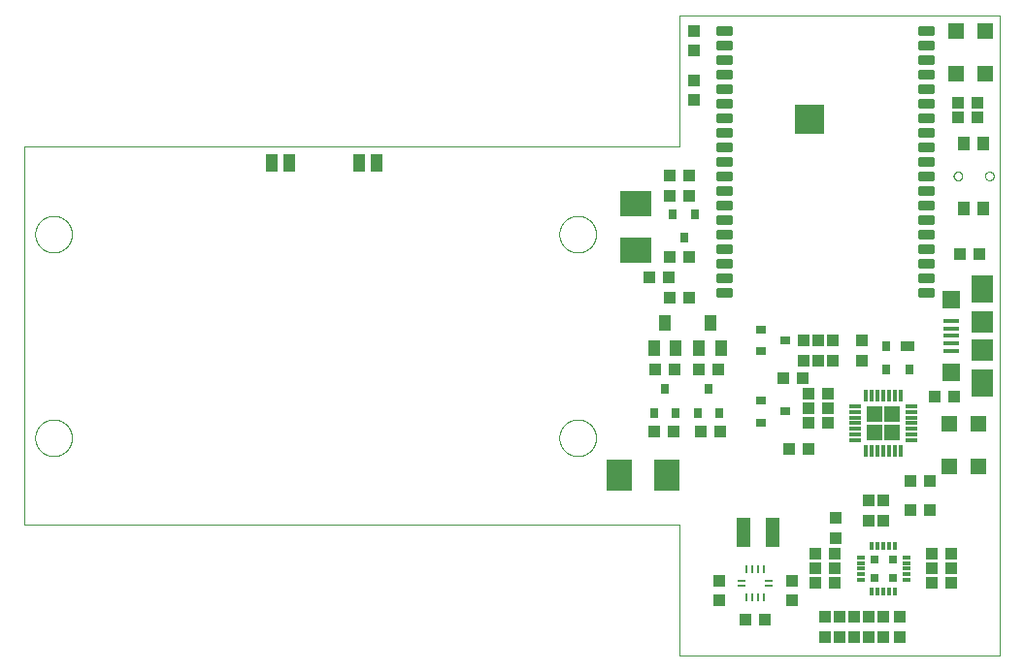
<source format=gtp>
G75*
%MOIN*%
%OFA0B0*%
%FSLAX25Y25*%
%IPPOS*%
%LPD*%
%AMOC8*
5,1,8,0,0,1.08239X$1,22.5*
%
%ADD10C,0.00000*%
%ADD11R,0.09974X0.09965*%
%ADD12C,0.01831*%
%ADD13R,0.04331X0.03937*%
%ADD14R,0.03937X0.04331*%
%ADD15R,0.05512X0.01575*%
%ADD16R,0.07480X0.07480*%
%ADD17R,0.07480X0.09449*%
%ADD18R,0.05906X0.06299*%
%ADD19R,0.03150X0.03543*%
%ADD20R,0.04724X0.03543*%
%ADD21R,0.05512X0.05512*%
%ADD22R,0.09000X0.11000*%
%ADD23R,0.11000X0.09000*%
%ADD24R,0.03937X0.05906*%
%ADD25R,0.05118X0.10039*%
%ADD26R,0.03937X0.04724*%
%ADD27R,0.03543X0.03150*%
%ADD28R,0.03937X0.05512*%
%ADD29R,0.01181X0.04134*%
%ADD30R,0.04134X0.01181*%
%ADD31R,0.05315X0.05315*%
%ADD32R,0.02953X0.01181*%
%ADD33R,0.01181X0.02953*%
%ADD34R,0.03150X0.03150*%
%ADD35R,0.00984X0.02756*%
%ADD36R,0.02756X0.00984*%
D10*
X0001800Y0047550D02*
X0226800Y0047550D01*
X0226800Y0002550D01*
X0336800Y0002550D01*
X0336800Y0222550D01*
X0226800Y0222550D01*
X0226800Y0177550D01*
X0001800Y0177550D01*
X0001800Y0047550D01*
X0005501Y0077550D02*
X0005503Y0077708D01*
X0005509Y0077866D01*
X0005519Y0078024D01*
X0005533Y0078182D01*
X0005551Y0078339D01*
X0005572Y0078496D01*
X0005598Y0078652D01*
X0005628Y0078808D01*
X0005661Y0078963D01*
X0005699Y0079116D01*
X0005740Y0079269D01*
X0005785Y0079421D01*
X0005834Y0079572D01*
X0005887Y0079721D01*
X0005943Y0079869D01*
X0006003Y0080015D01*
X0006067Y0080160D01*
X0006135Y0080303D01*
X0006206Y0080445D01*
X0006280Y0080585D01*
X0006358Y0080722D01*
X0006440Y0080858D01*
X0006524Y0080992D01*
X0006613Y0081123D01*
X0006704Y0081252D01*
X0006799Y0081379D01*
X0006896Y0081504D01*
X0006997Y0081626D01*
X0007101Y0081745D01*
X0007208Y0081862D01*
X0007318Y0081976D01*
X0007431Y0082087D01*
X0007546Y0082196D01*
X0007664Y0082301D01*
X0007785Y0082403D01*
X0007908Y0082503D01*
X0008034Y0082599D01*
X0008162Y0082692D01*
X0008292Y0082782D01*
X0008425Y0082868D01*
X0008560Y0082952D01*
X0008696Y0083031D01*
X0008835Y0083108D01*
X0008976Y0083180D01*
X0009118Y0083250D01*
X0009262Y0083315D01*
X0009408Y0083377D01*
X0009555Y0083435D01*
X0009704Y0083490D01*
X0009854Y0083541D01*
X0010005Y0083588D01*
X0010157Y0083631D01*
X0010310Y0083670D01*
X0010465Y0083706D01*
X0010620Y0083737D01*
X0010776Y0083765D01*
X0010932Y0083789D01*
X0011089Y0083809D01*
X0011247Y0083825D01*
X0011404Y0083837D01*
X0011563Y0083845D01*
X0011721Y0083849D01*
X0011879Y0083849D01*
X0012037Y0083845D01*
X0012196Y0083837D01*
X0012353Y0083825D01*
X0012511Y0083809D01*
X0012668Y0083789D01*
X0012824Y0083765D01*
X0012980Y0083737D01*
X0013135Y0083706D01*
X0013290Y0083670D01*
X0013443Y0083631D01*
X0013595Y0083588D01*
X0013746Y0083541D01*
X0013896Y0083490D01*
X0014045Y0083435D01*
X0014192Y0083377D01*
X0014338Y0083315D01*
X0014482Y0083250D01*
X0014624Y0083180D01*
X0014765Y0083108D01*
X0014904Y0083031D01*
X0015040Y0082952D01*
X0015175Y0082868D01*
X0015308Y0082782D01*
X0015438Y0082692D01*
X0015566Y0082599D01*
X0015692Y0082503D01*
X0015815Y0082403D01*
X0015936Y0082301D01*
X0016054Y0082196D01*
X0016169Y0082087D01*
X0016282Y0081976D01*
X0016392Y0081862D01*
X0016499Y0081745D01*
X0016603Y0081626D01*
X0016704Y0081504D01*
X0016801Y0081379D01*
X0016896Y0081252D01*
X0016987Y0081123D01*
X0017076Y0080992D01*
X0017160Y0080858D01*
X0017242Y0080722D01*
X0017320Y0080585D01*
X0017394Y0080445D01*
X0017465Y0080303D01*
X0017533Y0080160D01*
X0017597Y0080015D01*
X0017657Y0079869D01*
X0017713Y0079721D01*
X0017766Y0079572D01*
X0017815Y0079421D01*
X0017860Y0079269D01*
X0017901Y0079116D01*
X0017939Y0078963D01*
X0017972Y0078808D01*
X0018002Y0078652D01*
X0018028Y0078496D01*
X0018049Y0078339D01*
X0018067Y0078182D01*
X0018081Y0078024D01*
X0018091Y0077866D01*
X0018097Y0077708D01*
X0018099Y0077550D01*
X0018097Y0077392D01*
X0018091Y0077234D01*
X0018081Y0077076D01*
X0018067Y0076918D01*
X0018049Y0076761D01*
X0018028Y0076604D01*
X0018002Y0076448D01*
X0017972Y0076292D01*
X0017939Y0076137D01*
X0017901Y0075984D01*
X0017860Y0075831D01*
X0017815Y0075679D01*
X0017766Y0075528D01*
X0017713Y0075379D01*
X0017657Y0075231D01*
X0017597Y0075085D01*
X0017533Y0074940D01*
X0017465Y0074797D01*
X0017394Y0074655D01*
X0017320Y0074515D01*
X0017242Y0074378D01*
X0017160Y0074242D01*
X0017076Y0074108D01*
X0016987Y0073977D01*
X0016896Y0073848D01*
X0016801Y0073721D01*
X0016704Y0073596D01*
X0016603Y0073474D01*
X0016499Y0073355D01*
X0016392Y0073238D01*
X0016282Y0073124D01*
X0016169Y0073013D01*
X0016054Y0072904D01*
X0015936Y0072799D01*
X0015815Y0072697D01*
X0015692Y0072597D01*
X0015566Y0072501D01*
X0015438Y0072408D01*
X0015308Y0072318D01*
X0015175Y0072232D01*
X0015040Y0072148D01*
X0014904Y0072069D01*
X0014765Y0071992D01*
X0014624Y0071920D01*
X0014482Y0071850D01*
X0014338Y0071785D01*
X0014192Y0071723D01*
X0014045Y0071665D01*
X0013896Y0071610D01*
X0013746Y0071559D01*
X0013595Y0071512D01*
X0013443Y0071469D01*
X0013290Y0071430D01*
X0013135Y0071394D01*
X0012980Y0071363D01*
X0012824Y0071335D01*
X0012668Y0071311D01*
X0012511Y0071291D01*
X0012353Y0071275D01*
X0012196Y0071263D01*
X0012037Y0071255D01*
X0011879Y0071251D01*
X0011721Y0071251D01*
X0011563Y0071255D01*
X0011404Y0071263D01*
X0011247Y0071275D01*
X0011089Y0071291D01*
X0010932Y0071311D01*
X0010776Y0071335D01*
X0010620Y0071363D01*
X0010465Y0071394D01*
X0010310Y0071430D01*
X0010157Y0071469D01*
X0010005Y0071512D01*
X0009854Y0071559D01*
X0009704Y0071610D01*
X0009555Y0071665D01*
X0009408Y0071723D01*
X0009262Y0071785D01*
X0009118Y0071850D01*
X0008976Y0071920D01*
X0008835Y0071992D01*
X0008696Y0072069D01*
X0008560Y0072148D01*
X0008425Y0072232D01*
X0008292Y0072318D01*
X0008162Y0072408D01*
X0008034Y0072501D01*
X0007908Y0072597D01*
X0007785Y0072697D01*
X0007664Y0072799D01*
X0007546Y0072904D01*
X0007431Y0073013D01*
X0007318Y0073124D01*
X0007208Y0073238D01*
X0007101Y0073355D01*
X0006997Y0073474D01*
X0006896Y0073596D01*
X0006799Y0073721D01*
X0006704Y0073848D01*
X0006613Y0073977D01*
X0006524Y0074108D01*
X0006440Y0074242D01*
X0006358Y0074378D01*
X0006280Y0074515D01*
X0006206Y0074655D01*
X0006135Y0074797D01*
X0006067Y0074940D01*
X0006003Y0075085D01*
X0005943Y0075231D01*
X0005887Y0075379D01*
X0005834Y0075528D01*
X0005785Y0075679D01*
X0005740Y0075831D01*
X0005699Y0075984D01*
X0005661Y0076137D01*
X0005628Y0076292D01*
X0005598Y0076448D01*
X0005572Y0076604D01*
X0005551Y0076761D01*
X0005533Y0076918D01*
X0005519Y0077076D01*
X0005509Y0077234D01*
X0005503Y0077392D01*
X0005501Y0077550D01*
X0005501Y0147550D02*
X0005503Y0147708D01*
X0005509Y0147866D01*
X0005519Y0148024D01*
X0005533Y0148182D01*
X0005551Y0148339D01*
X0005572Y0148496D01*
X0005598Y0148652D01*
X0005628Y0148808D01*
X0005661Y0148963D01*
X0005699Y0149116D01*
X0005740Y0149269D01*
X0005785Y0149421D01*
X0005834Y0149572D01*
X0005887Y0149721D01*
X0005943Y0149869D01*
X0006003Y0150015D01*
X0006067Y0150160D01*
X0006135Y0150303D01*
X0006206Y0150445D01*
X0006280Y0150585D01*
X0006358Y0150722D01*
X0006440Y0150858D01*
X0006524Y0150992D01*
X0006613Y0151123D01*
X0006704Y0151252D01*
X0006799Y0151379D01*
X0006896Y0151504D01*
X0006997Y0151626D01*
X0007101Y0151745D01*
X0007208Y0151862D01*
X0007318Y0151976D01*
X0007431Y0152087D01*
X0007546Y0152196D01*
X0007664Y0152301D01*
X0007785Y0152403D01*
X0007908Y0152503D01*
X0008034Y0152599D01*
X0008162Y0152692D01*
X0008292Y0152782D01*
X0008425Y0152868D01*
X0008560Y0152952D01*
X0008696Y0153031D01*
X0008835Y0153108D01*
X0008976Y0153180D01*
X0009118Y0153250D01*
X0009262Y0153315D01*
X0009408Y0153377D01*
X0009555Y0153435D01*
X0009704Y0153490D01*
X0009854Y0153541D01*
X0010005Y0153588D01*
X0010157Y0153631D01*
X0010310Y0153670D01*
X0010465Y0153706D01*
X0010620Y0153737D01*
X0010776Y0153765D01*
X0010932Y0153789D01*
X0011089Y0153809D01*
X0011247Y0153825D01*
X0011404Y0153837D01*
X0011563Y0153845D01*
X0011721Y0153849D01*
X0011879Y0153849D01*
X0012037Y0153845D01*
X0012196Y0153837D01*
X0012353Y0153825D01*
X0012511Y0153809D01*
X0012668Y0153789D01*
X0012824Y0153765D01*
X0012980Y0153737D01*
X0013135Y0153706D01*
X0013290Y0153670D01*
X0013443Y0153631D01*
X0013595Y0153588D01*
X0013746Y0153541D01*
X0013896Y0153490D01*
X0014045Y0153435D01*
X0014192Y0153377D01*
X0014338Y0153315D01*
X0014482Y0153250D01*
X0014624Y0153180D01*
X0014765Y0153108D01*
X0014904Y0153031D01*
X0015040Y0152952D01*
X0015175Y0152868D01*
X0015308Y0152782D01*
X0015438Y0152692D01*
X0015566Y0152599D01*
X0015692Y0152503D01*
X0015815Y0152403D01*
X0015936Y0152301D01*
X0016054Y0152196D01*
X0016169Y0152087D01*
X0016282Y0151976D01*
X0016392Y0151862D01*
X0016499Y0151745D01*
X0016603Y0151626D01*
X0016704Y0151504D01*
X0016801Y0151379D01*
X0016896Y0151252D01*
X0016987Y0151123D01*
X0017076Y0150992D01*
X0017160Y0150858D01*
X0017242Y0150722D01*
X0017320Y0150585D01*
X0017394Y0150445D01*
X0017465Y0150303D01*
X0017533Y0150160D01*
X0017597Y0150015D01*
X0017657Y0149869D01*
X0017713Y0149721D01*
X0017766Y0149572D01*
X0017815Y0149421D01*
X0017860Y0149269D01*
X0017901Y0149116D01*
X0017939Y0148963D01*
X0017972Y0148808D01*
X0018002Y0148652D01*
X0018028Y0148496D01*
X0018049Y0148339D01*
X0018067Y0148182D01*
X0018081Y0148024D01*
X0018091Y0147866D01*
X0018097Y0147708D01*
X0018099Y0147550D01*
X0018097Y0147392D01*
X0018091Y0147234D01*
X0018081Y0147076D01*
X0018067Y0146918D01*
X0018049Y0146761D01*
X0018028Y0146604D01*
X0018002Y0146448D01*
X0017972Y0146292D01*
X0017939Y0146137D01*
X0017901Y0145984D01*
X0017860Y0145831D01*
X0017815Y0145679D01*
X0017766Y0145528D01*
X0017713Y0145379D01*
X0017657Y0145231D01*
X0017597Y0145085D01*
X0017533Y0144940D01*
X0017465Y0144797D01*
X0017394Y0144655D01*
X0017320Y0144515D01*
X0017242Y0144378D01*
X0017160Y0144242D01*
X0017076Y0144108D01*
X0016987Y0143977D01*
X0016896Y0143848D01*
X0016801Y0143721D01*
X0016704Y0143596D01*
X0016603Y0143474D01*
X0016499Y0143355D01*
X0016392Y0143238D01*
X0016282Y0143124D01*
X0016169Y0143013D01*
X0016054Y0142904D01*
X0015936Y0142799D01*
X0015815Y0142697D01*
X0015692Y0142597D01*
X0015566Y0142501D01*
X0015438Y0142408D01*
X0015308Y0142318D01*
X0015175Y0142232D01*
X0015040Y0142148D01*
X0014904Y0142069D01*
X0014765Y0141992D01*
X0014624Y0141920D01*
X0014482Y0141850D01*
X0014338Y0141785D01*
X0014192Y0141723D01*
X0014045Y0141665D01*
X0013896Y0141610D01*
X0013746Y0141559D01*
X0013595Y0141512D01*
X0013443Y0141469D01*
X0013290Y0141430D01*
X0013135Y0141394D01*
X0012980Y0141363D01*
X0012824Y0141335D01*
X0012668Y0141311D01*
X0012511Y0141291D01*
X0012353Y0141275D01*
X0012196Y0141263D01*
X0012037Y0141255D01*
X0011879Y0141251D01*
X0011721Y0141251D01*
X0011563Y0141255D01*
X0011404Y0141263D01*
X0011247Y0141275D01*
X0011089Y0141291D01*
X0010932Y0141311D01*
X0010776Y0141335D01*
X0010620Y0141363D01*
X0010465Y0141394D01*
X0010310Y0141430D01*
X0010157Y0141469D01*
X0010005Y0141512D01*
X0009854Y0141559D01*
X0009704Y0141610D01*
X0009555Y0141665D01*
X0009408Y0141723D01*
X0009262Y0141785D01*
X0009118Y0141850D01*
X0008976Y0141920D01*
X0008835Y0141992D01*
X0008696Y0142069D01*
X0008560Y0142148D01*
X0008425Y0142232D01*
X0008292Y0142318D01*
X0008162Y0142408D01*
X0008034Y0142501D01*
X0007908Y0142597D01*
X0007785Y0142697D01*
X0007664Y0142799D01*
X0007546Y0142904D01*
X0007431Y0143013D01*
X0007318Y0143124D01*
X0007208Y0143238D01*
X0007101Y0143355D01*
X0006997Y0143474D01*
X0006896Y0143596D01*
X0006799Y0143721D01*
X0006704Y0143848D01*
X0006613Y0143977D01*
X0006524Y0144108D01*
X0006440Y0144242D01*
X0006358Y0144378D01*
X0006280Y0144515D01*
X0006206Y0144655D01*
X0006135Y0144797D01*
X0006067Y0144940D01*
X0006003Y0145085D01*
X0005943Y0145231D01*
X0005887Y0145379D01*
X0005834Y0145528D01*
X0005785Y0145679D01*
X0005740Y0145831D01*
X0005699Y0145984D01*
X0005661Y0146137D01*
X0005628Y0146292D01*
X0005598Y0146448D01*
X0005572Y0146604D01*
X0005551Y0146761D01*
X0005533Y0146918D01*
X0005519Y0147076D01*
X0005509Y0147234D01*
X0005503Y0147392D01*
X0005501Y0147550D01*
X0185501Y0147550D02*
X0185503Y0147708D01*
X0185509Y0147866D01*
X0185519Y0148024D01*
X0185533Y0148182D01*
X0185551Y0148339D01*
X0185572Y0148496D01*
X0185598Y0148652D01*
X0185628Y0148808D01*
X0185661Y0148963D01*
X0185699Y0149116D01*
X0185740Y0149269D01*
X0185785Y0149421D01*
X0185834Y0149572D01*
X0185887Y0149721D01*
X0185943Y0149869D01*
X0186003Y0150015D01*
X0186067Y0150160D01*
X0186135Y0150303D01*
X0186206Y0150445D01*
X0186280Y0150585D01*
X0186358Y0150722D01*
X0186440Y0150858D01*
X0186524Y0150992D01*
X0186613Y0151123D01*
X0186704Y0151252D01*
X0186799Y0151379D01*
X0186896Y0151504D01*
X0186997Y0151626D01*
X0187101Y0151745D01*
X0187208Y0151862D01*
X0187318Y0151976D01*
X0187431Y0152087D01*
X0187546Y0152196D01*
X0187664Y0152301D01*
X0187785Y0152403D01*
X0187908Y0152503D01*
X0188034Y0152599D01*
X0188162Y0152692D01*
X0188292Y0152782D01*
X0188425Y0152868D01*
X0188560Y0152952D01*
X0188696Y0153031D01*
X0188835Y0153108D01*
X0188976Y0153180D01*
X0189118Y0153250D01*
X0189262Y0153315D01*
X0189408Y0153377D01*
X0189555Y0153435D01*
X0189704Y0153490D01*
X0189854Y0153541D01*
X0190005Y0153588D01*
X0190157Y0153631D01*
X0190310Y0153670D01*
X0190465Y0153706D01*
X0190620Y0153737D01*
X0190776Y0153765D01*
X0190932Y0153789D01*
X0191089Y0153809D01*
X0191247Y0153825D01*
X0191404Y0153837D01*
X0191563Y0153845D01*
X0191721Y0153849D01*
X0191879Y0153849D01*
X0192037Y0153845D01*
X0192196Y0153837D01*
X0192353Y0153825D01*
X0192511Y0153809D01*
X0192668Y0153789D01*
X0192824Y0153765D01*
X0192980Y0153737D01*
X0193135Y0153706D01*
X0193290Y0153670D01*
X0193443Y0153631D01*
X0193595Y0153588D01*
X0193746Y0153541D01*
X0193896Y0153490D01*
X0194045Y0153435D01*
X0194192Y0153377D01*
X0194338Y0153315D01*
X0194482Y0153250D01*
X0194624Y0153180D01*
X0194765Y0153108D01*
X0194904Y0153031D01*
X0195040Y0152952D01*
X0195175Y0152868D01*
X0195308Y0152782D01*
X0195438Y0152692D01*
X0195566Y0152599D01*
X0195692Y0152503D01*
X0195815Y0152403D01*
X0195936Y0152301D01*
X0196054Y0152196D01*
X0196169Y0152087D01*
X0196282Y0151976D01*
X0196392Y0151862D01*
X0196499Y0151745D01*
X0196603Y0151626D01*
X0196704Y0151504D01*
X0196801Y0151379D01*
X0196896Y0151252D01*
X0196987Y0151123D01*
X0197076Y0150992D01*
X0197160Y0150858D01*
X0197242Y0150722D01*
X0197320Y0150585D01*
X0197394Y0150445D01*
X0197465Y0150303D01*
X0197533Y0150160D01*
X0197597Y0150015D01*
X0197657Y0149869D01*
X0197713Y0149721D01*
X0197766Y0149572D01*
X0197815Y0149421D01*
X0197860Y0149269D01*
X0197901Y0149116D01*
X0197939Y0148963D01*
X0197972Y0148808D01*
X0198002Y0148652D01*
X0198028Y0148496D01*
X0198049Y0148339D01*
X0198067Y0148182D01*
X0198081Y0148024D01*
X0198091Y0147866D01*
X0198097Y0147708D01*
X0198099Y0147550D01*
X0198097Y0147392D01*
X0198091Y0147234D01*
X0198081Y0147076D01*
X0198067Y0146918D01*
X0198049Y0146761D01*
X0198028Y0146604D01*
X0198002Y0146448D01*
X0197972Y0146292D01*
X0197939Y0146137D01*
X0197901Y0145984D01*
X0197860Y0145831D01*
X0197815Y0145679D01*
X0197766Y0145528D01*
X0197713Y0145379D01*
X0197657Y0145231D01*
X0197597Y0145085D01*
X0197533Y0144940D01*
X0197465Y0144797D01*
X0197394Y0144655D01*
X0197320Y0144515D01*
X0197242Y0144378D01*
X0197160Y0144242D01*
X0197076Y0144108D01*
X0196987Y0143977D01*
X0196896Y0143848D01*
X0196801Y0143721D01*
X0196704Y0143596D01*
X0196603Y0143474D01*
X0196499Y0143355D01*
X0196392Y0143238D01*
X0196282Y0143124D01*
X0196169Y0143013D01*
X0196054Y0142904D01*
X0195936Y0142799D01*
X0195815Y0142697D01*
X0195692Y0142597D01*
X0195566Y0142501D01*
X0195438Y0142408D01*
X0195308Y0142318D01*
X0195175Y0142232D01*
X0195040Y0142148D01*
X0194904Y0142069D01*
X0194765Y0141992D01*
X0194624Y0141920D01*
X0194482Y0141850D01*
X0194338Y0141785D01*
X0194192Y0141723D01*
X0194045Y0141665D01*
X0193896Y0141610D01*
X0193746Y0141559D01*
X0193595Y0141512D01*
X0193443Y0141469D01*
X0193290Y0141430D01*
X0193135Y0141394D01*
X0192980Y0141363D01*
X0192824Y0141335D01*
X0192668Y0141311D01*
X0192511Y0141291D01*
X0192353Y0141275D01*
X0192196Y0141263D01*
X0192037Y0141255D01*
X0191879Y0141251D01*
X0191721Y0141251D01*
X0191563Y0141255D01*
X0191404Y0141263D01*
X0191247Y0141275D01*
X0191089Y0141291D01*
X0190932Y0141311D01*
X0190776Y0141335D01*
X0190620Y0141363D01*
X0190465Y0141394D01*
X0190310Y0141430D01*
X0190157Y0141469D01*
X0190005Y0141512D01*
X0189854Y0141559D01*
X0189704Y0141610D01*
X0189555Y0141665D01*
X0189408Y0141723D01*
X0189262Y0141785D01*
X0189118Y0141850D01*
X0188976Y0141920D01*
X0188835Y0141992D01*
X0188696Y0142069D01*
X0188560Y0142148D01*
X0188425Y0142232D01*
X0188292Y0142318D01*
X0188162Y0142408D01*
X0188034Y0142501D01*
X0187908Y0142597D01*
X0187785Y0142697D01*
X0187664Y0142799D01*
X0187546Y0142904D01*
X0187431Y0143013D01*
X0187318Y0143124D01*
X0187208Y0143238D01*
X0187101Y0143355D01*
X0186997Y0143474D01*
X0186896Y0143596D01*
X0186799Y0143721D01*
X0186704Y0143848D01*
X0186613Y0143977D01*
X0186524Y0144108D01*
X0186440Y0144242D01*
X0186358Y0144378D01*
X0186280Y0144515D01*
X0186206Y0144655D01*
X0186135Y0144797D01*
X0186067Y0144940D01*
X0186003Y0145085D01*
X0185943Y0145231D01*
X0185887Y0145379D01*
X0185834Y0145528D01*
X0185785Y0145679D01*
X0185740Y0145831D01*
X0185699Y0145984D01*
X0185661Y0146137D01*
X0185628Y0146292D01*
X0185598Y0146448D01*
X0185572Y0146604D01*
X0185551Y0146761D01*
X0185533Y0146918D01*
X0185519Y0147076D01*
X0185509Y0147234D01*
X0185503Y0147392D01*
X0185501Y0147550D01*
X0185501Y0077550D02*
X0185503Y0077708D01*
X0185509Y0077866D01*
X0185519Y0078024D01*
X0185533Y0078182D01*
X0185551Y0078339D01*
X0185572Y0078496D01*
X0185598Y0078652D01*
X0185628Y0078808D01*
X0185661Y0078963D01*
X0185699Y0079116D01*
X0185740Y0079269D01*
X0185785Y0079421D01*
X0185834Y0079572D01*
X0185887Y0079721D01*
X0185943Y0079869D01*
X0186003Y0080015D01*
X0186067Y0080160D01*
X0186135Y0080303D01*
X0186206Y0080445D01*
X0186280Y0080585D01*
X0186358Y0080722D01*
X0186440Y0080858D01*
X0186524Y0080992D01*
X0186613Y0081123D01*
X0186704Y0081252D01*
X0186799Y0081379D01*
X0186896Y0081504D01*
X0186997Y0081626D01*
X0187101Y0081745D01*
X0187208Y0081862D01*
X0187318Y0081976D01*
X0187431Y0082087D01*
X0187546Y0082196D01*
X0187664Y0082301D01*
X0187785Y0082403D01*
X0187908Y0082503D01*
X0188034Y0082599D01*
X0188162Y0082692D01*
X0188292Y0082782D01*
X0188425Y0082868D01*
X0188560Y0082952D01*
X0188696Y0083031D01*
X0188835Y0083108D01*
X0188976Y0083180D01*
X0189118Y0083250D01*
X0189262Y0083315D01*
X0189408Y0083377D01*
X0189555Y0083435D01*
X0189704Y0083490D01*
X0189854Y0083541D01*
X0190005Y0083588D01*
X0190157Y0083631D01*
X0190310Y0083670D01*
X0190465Y0083706D01*
X0190620Y0083737D01*
X0190776Y0083765D01*
X0190932Y0083789D01*
X0191089Y0083809D01*
X0191247Y0083825D01*
X0191404Y0083837D01*
X0191563Y0083845D01*
X0191721Y0083849D01*
X0191879Y0083849D01*
X0192037Y0083845D01*
X0192196Y0083837D01*
X0192353Y0083825D01*
X0192511Y0083809D01*
X0192668Y0083789D01*
X0192824Y0083765D01*
X0192980Y0083737D01*
X0193135Y0083706D01*
X0193290Y0083670D01*
X0193443Y0083631D01*
X0193595Y0083588D01*
X0193746Y0083541D01*
X0193896Y0083490D01*
X0194045Y0083435D01*
X0194192Y0083377D01*
X0194338Y0083315D01*
X0194482Y0083250D01*
X0194624Y0083180D01*
X0194765Y0083108D01*
X0194904Y0083031D01*
X0195040Y0082952D01*
X0195175Y0082868D01*
X0195308Y0082782D01*
X0195438Y0082692D01*
X0195566Y0082599D01*
X0195692Y0082503D01*
X0195815Y0082403D01*
X0195936Y0082301D01*
X0196054Y0082196D01*
X0196169Y0082087D01*
X0196282Y0081976D01*
X0196392Y0081862D01*
X0196499Y0081745D01*
X0196603Y0081626D01*
X0196704Y0081504D01*
X0196801Y0081379D01*
X0196896Y0081252D01*
X0196987Y0081123D01*
X0197076Y0080992D01*
X0197160Y0080858D01*
X0197242Y0080722D01*
X0197320Y0080585D01*
X0197394Y0080445D01*
X0197465Y0080303D01*
X0197533Y0080160D01*
X0197597Y0080015D01*
X0197657Y0079869D01*
X0197713Y0079721D01*
X0197766Y0079572D01*
X0197815Y0079421D01*
X0197860Y0079269D01*
X0197901Y0079116D01*
X0197939Y0078963D01*
X0197972Y0078808D01*
X0198002Y0078652D01*
X0198028Y0078496D01*
X0198049Y0078339D01*
X0198067Y0078182D01*
X0198081Y0078024D01*
X0198091Y0077866D01*
X0198097Y0077708D01*
X0198099Y0077550D01*
X0198097Y0077392D01*
X0198091Y0077234D01*
X0198081Y0077076D01*
X0198067Y0076918D01*
X0198049Y0076761D01*
X0198028Y0076604D01*
X0198002Y0076448D01*
X0197972Y0076292D01*
X0197939Y0076137D01*
X0197901Y0075984D01*
X0197860Y0075831D01*
X0197815Y0075679D01*
X0197766Y0075528D01*
X0197713Y0075379D01*
X0197657Y0075231D01*
X0197597Y0075085D01*
X0197533Y0074940D01*
X0197465Y0074797D01*
X0197394Y0074655D01*
X0197320Y0074515D01*
X0197242Y0074378D01*
X0197160Y0074242D01*
X0197076Y0074108D01*
X0196987Y0073977D01*
X0196896Y0073848D01*
X0196801Y0073721D01*
X0196704Y0073596D01*
X0196603Y0073474D01*
X0196499Y0073355D01*
X0196392Y0073238D01*
X0196282Y0073124D01*
X0196169Y0073013D01*
X0196054Y0072904D01*
X0195936Y0072799D01*
X0195815Y0072697D01*
X0195692Y0072597D01*
X0195566Y0072501D01*
X0195438Y0072408D01*
X0195308Y0072318D01*
X0195175Y0072232D01*
X0195040Y0072148D01*
X0194904Y0072069D01*
X0194765Y0071992D01*
X0194624Y0071920D01*
X0194482Y0071850D01*
X0194338Y0071785D01*
X0194192Y0071723D01*
X0194045Y0071665D01*
X0193896Y0071610D01*
X0193746Y0071559D01*
X0193595Y0071512D01*
X0193443Y0071469D01*
X0193290Y0071430D01*
X0193135Y0071394D01*
X0192980Y0071363D01*
X0192824Y0071335D01*
X0192668Y0071311D01*
X0192511Y0071291D01*
X0192353Y0071275D01*
X0192196Y0071263D01*
X0192037Y0071255D01*
X0191879Y0071251D01*
X0191721Y0071251D01*
X0191563Y0071255D01*
X0191404Y0071263D01*
X0191247Y0071275D01*
X0191089Y0071291D01*
X0190932Y0071311D01*
X0190776Y0071335D01*
X0190620Y0071363D01*
X0190465Y0071394D01*
X0190310Y0071430D01*
X0190157Y0071469D01*
X0190005Y0071512D01*
X0189854Y0071559D01*
X0189704Y0071610D01*
X0189555Y0071665D01*
X0189408Y0071723D01*
X0189262Y0071785D01*
X0189118Y0071850D01*
X0188976Y0071920D01*
X0188835Y0071992D01*
X0188696Y0072069D01*
X0188560Y0072148D01*
X0188425Y0072232D01*
X0188292Y0072318D01*
X0188162Y0072408D01*
X0188034Y0072501D01*
X0187908Y0072597D01*
X0187785Y0072697D01*
X0187664Y0072799D01*
X0187546Y0072904D01*
X0187431Y0073013D01*
X0187318Y0073124D01*
X0187208Y0073238D01*
X0187101Y0073355D01*
X0186997Y0073474D01*
X0186896Y0073596D01*
X0186799Y0073721D01*
X0186704Y0073848D01*
X0186613Y0073977D01*
X0186524Y0074108D01*
X0186440Y0074242D01*
X0186358Y0074378D01*
X0186280Y0074515D01*
X0186206Y0074655D01*
X0186135Y0074797D01*
X0186067Y0074940D01*
X0186003Y0075085D01*
X0185943Y0075231D01*
X0185887Y0075379D01*
X0185834Y0075528D01*
X0185785Y0075679D01*
X0185740Y0075831D01*
X0185699Y0075984D01*
X0185661Y0076137D01*
X0185628Y0076292D01*
X0185598Y0076448D01*
X0185572Y0076604D01*
X0185551Y0076761D01*
X0185533Y0076918D01*
X0185519Y0077076D01*
X0185509Y0077234D01*
X0185503Y0077392D01*
X0185501Y0077550D01*
X0320911Y0167550D02*
X0320913Y0167627D01*
X0320919Y0167703D01*
X0320929Y0167779D01*
X0320943Y0167854D01*
X0320960Y0167929D01*
X0320982Y0168002D01*
X0321007Y0168075D01*
X0321037Y0168146D01*
X0321069Y0168215D01*
X0321106Y0168282D01*
X0321145Y0168348D01*
X0321188Y0168411D01*
X0321235Y0168472D01*
X0321284Y0168531D01*
X0321337Y0168587D01*
X0321392Y0168640D01*
X0321450Y0168690D01*
X0321510Y0168737D01*
X0321573Y0168781D01*
X0321638Y0168822D01*
X0321705Y0168859D01*
X0321774Y0168893D01*
X0321844Y0168923D01*
X0321916Y0168949D01*
X0321990Y0168971D01*
X0322064Y0168990D01*
X0322139Y0169005D01*
X0322215Y0169016D01*
X0322291Y0169023D01*
X0322368Y0169026D01*
X0322444Y0169025D01*
X0322521Y0169020D01*
X0322597Y0169011D01*
X0322673Y0168998D01*
X0322747Y0168981D01*
X0322821Y0168961D01*
X0322894Y0168936D01*
X0322965Y0168908D01*
X0323035Y0168876D01*
X0323103Y0168841D01*
X0323169Y0168802D01*
X0323233Y0168760D01*
X0323294Y0168714D01*
X0323354Y0168665D01*
X0323410Y0168614D01*
X0323464Y0168559D01*
X0323515Y0168502D01*
X0323563Y0168442D01*
X0323608Y0168380D01*
X0323649Y0168315D01*
X0323687Y0168249D01*
X0323722Y0168181D01*
X0323752Y0168110D01*
X0323780Y0168039D01*
X0323803Y0167966D01*
X0323823Y0167892D01*
X0323839Y0167817D01*
X0323851Y0167741D01*
X0323859Y0167665D01*
X0323863Y0167588D01*
X0323863Y0167512D01*
X0323859Y0167435D01*
X0323851Y0167359D01*
X0323839Y0167283D01*
X0323823Y0167208D01*
X0323803Y0167134D01*
X0323780Y0167061D01*
X0323752Y0166990D01*
X0323722Y0166919D01*
X0323687Y0166851D01*
X0323649Y0166785D01*
X0323608Y0166720D01*
X0323563Y0166658D01*
X0323515Y0166598D01*
X0323464Y0166541D01*
X0323410Y0166486D01*
X0323354Y0166435D01*
X0323294Y0166386D01*
X0323233Y0166340D01*
X0323169Y0166298D01*
X0323103Y0166259D01*
X0323035Y0166224D01*
X0322965Y0166192D01*
X0322894Y0166164D01*
X0322821Y0166139D01*
X0322747Y0166119D01*
X0322673Y0166102D01*
X0322597Y0166089D01*
X0322521Y0166080D01*
X0322444Y0166075D01*
X0322368Y0166074D01*
X0322291Y0166077D01*
X0322215Y0166084D01*
X0322139Y0166095D01*
X0322064Y0166110D01*
X0321990Y0166129D01*
X0321916Y0166151D01*
X0321844Y0166177D01*
X0321774Y0166207D01*
X0321705Y0166241D01*
X0321638Y0166278D01*
X0321573Y0166319D01*
X0321510Y0166363D01*
X0321450Y0166410D01*
X0321392Y0166460D01*
X0321337Y0166513D01*
X0321284Y0166569D01*
X0321235Y0166628D01*
X0321188Y0166689D01*
X0321145Y0166752D01*
X0321106Y0166818D01*
X0321069Y0166885D01*
X0321037Y0166954D01*
X0321007Y0167025D01*
X0320982Y0167098D01*
X0320960Y0167171D01*
X0320943Y0167246D01*
X0320929Y0167321D01*
X0320919Y0167397D01*
X0320913Y0167473D01*
X0320911Y0167550D01*
X0331737Y0167550D02*
X0331739Y0167627D01*
X0331745Y0167703D01*
X0331755Y0167779D01*
X0331769Y0167854D01*
X0331786Y0167929D01*
X0331808Y0168002D01*
X0331833Y0168075D01*
X0331863Y0168146D01*
X0331895Y0168215D01*
X0331932Y0168282D01*
X0331971Y0168348D01*
X0332014Y0168411D01*
X0332061Y0168472D01*
X0332110Y0168531D01*
X0332163Y0168587D01*
X0332218Y0168640D01*
X0332276Y0168690D01*
X0332336Y0168737D01*
X0332399Y0168781D01*
X0332464Y0168822D01*
X0332531Y0168859D01*
X0332600Y0168893D01*
X0332670Y0168923D01*
X0332742Y0168949D01*
X0332816Y0168971D01*
X0332890Y0168990D01*
X0332965Y0169005D01*
X0333041Y0169016D01*
X0333117Y0169023D01*
X0333194Y0169026D01*
X0333270Y0169025D01*
X0333347Y0169020D01*
X0333423Y0169011D01*
X0333499Y0168998D01*
X0333573Y0168981D01*
X0333647Y0168961D01*
X0333720Y0168936D01*
X0333791Y0168908D01*
X0333861Y0168876D01*
X0333929Y0168841D01*
X0333995Y0168802D01*
X0334059Y0168760D01*
X0334120Y0168714D01*
X0334180Y0168665D01*
X0334236Y0168614D01*
X0334290Y0168559D01*
X0334341Y0168502D01*
X0334389Y0168442D01*
X0334434Y0168380D01*
X0334475Y0168315D01*
X0334513Y0168249D01*
X0334548Y0168181D01*
X0334578Y0168110D01*
X0334606Y0168039D01*
X0334629Y0167966D01*
X0334649Y0167892D01*
X0334665Y0167817D01*
X0334677Y0167741D01*
X0334685Y0167665D01*
X0334689Y0167588D01*
X0334689Y0167512D01*
X0334685Y0167435D01*
X0334677Y0167359D01*
X0334665Y0167283D01*
X0334649Y0167208D01*
X0334629Y0167134D01*
X0334606Y0167061D01*
X0334578Y0166990D01*
X0334548Y0166919D01*
X0334513Y0166851D01*
X0334475Y0166785D01*
X0334434Y0166720D01*
X0334389Y0166658D01*
X0334341Y0166598D01*
X0334290Y0166541D01*
X0334236Y0166486D01*
X0334180Y0166435D01*
X0334120Y0166386D01*
X0334059Y0166340D01*
X0333995Y0166298D01*
X0333929Y0166259D01*
X0333861Y0166224D01*
X0333791Y0166192D01*
X0333720Y0166164D01*
X0333647Y0166139D01*
X0333573Y0166119D01*
X0333499Y0166102D01*
X0333423Y0166089D01*
X0333347Y0166080D01*
X0333270Y0166075D01*
X0333194Y0166074D01*
X0333117Y0166077D01*
X0333041Y0166084D01*
X0332965Y0166095D01*
X0332890Y0166110D01*
X0332816Y0166129D01*
X0332742Y0166151D01*
X0332670Y0166177D01*
X0332600Y0166207D01*
X0332531Y0166241D01*
X0332464Y0166278D01*
X0332399Y0166319D01*
X0332336Y0166363D01*
X0332276Y0166410D01*
X0332218Y0166460D01*
X0332163Y0166513D01*
X0332110Y0166569D01*
X0332061Y0166628D01*
X0332014Y0166689D01*
X0331971Y0166752D01*
X0331932Y0166818D01*
X0331895Y0166885D01*
X0331863Y0166954D01*
X0331833Y0167025D01*
X0331808Y0167098D01*
X0331786Y0167171D01*
X0331769Y0167246D01*
X0331755Y0167321D01*
X0331745Y0167397D01*
X0331739Y0167473D01*
X0331737Y0167550D01*
D11*
X0271360Y0186898D03*
D12*
X0244054Y0186655D02*
X0240176Y0186655D01*
X0240176Y0188485D01*
X0244054Y0188485D01*
X0244054Y0186655D01*
X0244054Y0188485D02*
X0240176Y0188485D01*
X0240176Y0191655D02*
X0244054Y0191655D01*
X0240176Y0191655D02*
X0240176Y0193485D01*
X0244054Y0193485D01*
X0244054Y0191655D01*
X0244054Y0193485D02*
X0240176Y0193485D01*
X0240176Y0196655D02*
X0244054Y0196655D01*
X0240176Y0196655D02*
X0240176Y0198485D01*
X0244054Y0198485D01*
X0244054Y0196655D01*
X0244054Y0198485D02*
X0240176Y0198485D01*
X0240176Y0201655D02*
X0244054Y0201655D01*
X0240176Y0201655D02*
X0240176Y0203485D01*
X0244054Y0203485D01*
X0244054Y0201655D01*
X0244054Y0203485D02*
X0240176Y0203485D01*
X0240176Y0206655D02*
X0244054Y0206655D01*
X0240176Y0206655D02*
X0240176Y0208485D01*
X0244054Y0208485D01*
X0244054Y0206655D01*
X0244054Y0208485D02*
X0240176Y0208485D01*
X0240176Y0211655D02*
X0244054Y0211655D01*
X0240176Y0211655D02*
X0240176Y0213485D01*
X0244054Y0213485D01*
X0244054Y0211655D01*
X0244054Y0213485D02*
X0240176Y0213485D01*
X0240176Y0216655D02*
X0244054Y0216655D01*
X0240176Y0216655D02*
X0240176Y0218485D01*
X0244054Y0218485D01*
X0244054Y0216655D01*
X0244054Y0218485D02*
X0240176Y0218485D01*
X0240176Y0181655D02*
X0244054Y0181655D01*
X0240176Y0181655D02*
X0240176Y0183485D01*
X0244054Y0183485D01*
X0244054Y0181655D01*
X0244054Y0183485D02*
X0240176Y0183485D01*
X0240176Y0176655D02*
X0244054Y0176655D01*
X0240176Y0176655D02*
X0240176Y0178485D01*
X0244054Y0178485D01*
X0244054Y0176655D01*
X0244054Y0178485D02*
X0240176Y0178485D01*
X0240176Y0171655D02*
X0244054Y0171655D01*
X0240176Y0171655D02*
X0240176Y0173485D01*
X0244054Y0173485D01*
X0244054Y0171655D01*
X0244054Y0173485D02*
X0240176Y0173485D01*
X0240176Y0166655D02*
X0244054Y0166655D01*
X0240176Y0166655D02*
X0240176Y0168485D01*
X0244054Y0168485D01*
X0244054Y0166655D01*
X0244054Y0168485D02*
X0240176Y0168485D01*
X0240176Y0161655D02*
X0244054Y0161655D01*
X0240176Y0161655D02*
X0240176Y0163485D01*
X0244054Y0163485D01*
X0244054Y0161655D01*
X0244054Y0163485D02*
X0240176Y0163485D01*
X0240176Y0156655D02*
X0244054Y0156655D01*
X0240176Y0156655D02*
X0240176Y0158485D01*
X0244054Y0158485D01*
X0244054Y0156655D01*
X0244054Y0158485D02*
X0240176Y0158485D01*
X0240176Y0151655D02*
X0244054Y0151655D01*
X0240176Y0151655D02*
X0240176Y0153485D01*
X0244054Y0153485D01*
X0244054Y0151655D01*
X0244054Y0153485D02*
X0240176Y0153485D01*
X0240176Y0146655D02*
X0244054Y0146655D01*
X0240176Y0146655D02*
X0240176Y0148485D01*
X0244054Y0148485D01*
X0244054Y0146655D01*
X0244054Y0148485D02*
X0240176Y0148485D01*
X0240176Y0141655D02*
X0244054Y0141655D01*
X0240176Y0141655D02*
X0240176Y0143485D01*
X0244054Y0143485D01*
X0244054Y0141655D01*
X0244054Y0143485D02*
X0240176Y0143485D01*
X0240176Y0136655D02*
X0244054Y0136655D01*
X0240176Y0136655D02*
X0240176Y0138485D01*
X0244054Y0138485D01*
X0244054Y0136655D01*
X0244054Y0138485D02*
X0240176Y0138485D01*
X0240176Y0131655D02*
X0244054Y0131655D01*
X0240176Y0131655D02*
X0240176Y0133485D01*
X0244054Y0133485D01*
X0244054Y0131655D01*
X0244054Y0133485D02*
X0240176Y0133485D01*
X0240176Y0126655D02*
X0244054Y0126655D01*
X0240176Y0126655D02*
X0240176Y0128485D01*
X0244054Y0128485D01*
X0244054Y0126655D01*
X0244054Y0128485D02*
X0240176Y0128485D01*
X0309546Y0128485D02*
X0313424Y0128485D01*
X0313424Y0126655D01*
X0309546Y0126655D01*
X0309546Y0128485D01*
X0313424Y0128485D01*
X0313424Y0133485D02*
X0309546Y0133485D01*
X0313424Y0133485D02*
X0313424Y0131655D01*
X0309546Y0131655D01*
X0309546Y0133485D01*
X0313424Y0133485D01*
X0313424Y0138485D02*
X0309546Y0138485D01*
X0313424Y0138485D02*
X0313424Y0136655D01*
X0309546Y0136655D01*
X0309546Y0138485D01*
X0313424Y0138485D01*
X0313424Y0143485D02*
X0309546Y0143485D01*
X0313424Y0143485D02*
X0313424Y0141655D01*
X0309546Y0141655D01*
X0309546Y0143485D01*
X0313424Y0143485D01*
X0313424Y0148485D02*
X0309546Y0148485D01*
X0313424Y0148485D02*
X0313424Y0146655D01*
X0309546Y0146655D01*
X0309546Y0148485D01*
X0313424Y0148485D01*
X0313424Y0153485D02*
X0309546Y0153485D01*
X0313424Y0153485D02*
X0313424Y0151655D01*
X0309546Y0151655D01*
X0309546Y0153485D01*
X0313424Y0153485D01*
X0313424Y0158485D02*
X0309546Y0158485D01*
X0313424Y0158485D02*
X0313424Y0156655D01*
X0309546Y0156655D01*
X0309546Y0158485D01*
X0313424Y0158485D01*
X0313424Y0163485D02*
X0309546Y0163485D01*
X0313424Y0163485D02*
X0313424Y0161655D01*
X0309546Y0161655D01*
X0309546Y0163485D01*
X0313424Y0163485D01*
X0313424Y0168485D02*
X0309546Y0168485D01*
X0313424Y0168485D02*
X0313424Y0166655D01*
X0309546Y0166655D01*
X0309546Y0168485D01*
X0313424Y0168485D01*
X0313424Y0173485D02*
X0309546Y0173485D01*
X0313424Y0173485D02*
X0313424Y0171655D01*
X0309546Y0171655D01*
X0309546Y0173485D01*
X0313424Y0173485D01*
X0313424Y0178485D02*
X0309546Y0178485D01*
X0313424Y0178485D02*
X0313424Y0176655D01*
X0309546Y0176655D01*
X0309546Y0178485D01*
X0313424Y0178485D01*
X0313424Y0183485D02*
X0309546Y0183485D01*
X0313424Y0183485D02*
X0313424Y0181655D01*
X0309546Y0181655D01*
X0309546Y0183485D01*
X0313424Y0183485D01*
X0313424Y0188485D02*
X0309546Y0188485D01*
X0313424Y0188485D02*
X0313424Y0186655D01*
X0309546Y0186655D01*
X0309546Y0188485D01*
X0313424Y0188485D01*
X0313424Y0193485D02*
X0309546Y0193485D01*
X0313424Y0193485D02*
X0313424Y0191655D01*
X0309546Y0191655D01*
X0309546Y0193485D01*
X0313424Y0193485D01*
X0313424Y0198485D02*
X0309546Y0198485D01*
X0313424Y0198485D02*
X0313424Y0196655D01*
X0309546Y0196655D01*
X0309546Y0198485D01*
X0313424Y0198485D01*
X0313424Y0203485D02*
X0309546Y0203485D01*
X0313424Y0203485D02*
X0313424Y0201655D01*
X0309546Y0201655D01*
X0309546Y0203485D01*
X0313424Y0203485D01*
X0313424Y0208485D02*
X0309546Y0208485D01*
X0313424Y0208485D02*
X0313424Y0206655D01*
X0309546Y0206655D01*
X0309546Y0208485D01*
X0313424Y0208485D01*
X0313424Y0213485D02*
X0309546Y0213485D01*
X0313424Y0213485D02*
X0313424Y0211655D01*
X0309546Y0211655D01*
X0309546Y0213485D01*
X0313424Y0213485D01*
X0313424Y0218485D02*
X0309546Y0218485D01*
X0313424Y0218485D02*
X0313424Y0216655D01*
X0309546Y0216655D01*
X0309546Y0218485D01*
X0313424Y0218485D01*
D13*
X0322454Y0192550D03*
X0322454Y0187550D03*
X0329146Y0187550D03*
X0329146Y0192550D03*
X0329646Y0140550D03*
X0322954Y0140550D03*
X0269146Y0098050D03*
X0270954Y0092550D03*
X0270954Y0087550D03*
X0270954Y0082550D03*
X0277646Y0082550D03*
X0277646Y0087550D03*
X0277646Y0092550D03*
X0262454Y0098050D03*
X0240146Y0101050D03*
X0233454Y0101050D03*
X0225146Y0101050D03*
X0218454Y0101050D03*
X0217954Y0079550D03*
X0224646Y0079550D03*
X0233954Y0079550D03*
X0240646Y0079550D03*
X0264454Y0073550D03*
X0271146Y0073550D03*
X0305954Y0062550D03*
X0312646Y0062550D03*
X0312646Y0052550D03*
X0305954Y0052550D03*
X0313454Y0037550D03*
X0313454Y0032550D03*
X0313454Y0027550D03*
X0320146Y0027550D03*
X0320146Y0032550D03*
X0320146Y0037550D03*
X0280146Y0037550D03*
X0280146Y0032550D03*
X0280146Y0027550D03*
X0273454Y0027550D03*
X0273454Y0032550D03*
X0273454Y0037550D03*
X0256146Y0015050D03*
X0249454Y0015050D03*
X0314454Y0091550D03*
X0321146Y0091550D03*
X0230146Y0125550D03*
X0223454Y0125550D03*
X0223146Y0132550D03*
X0216454Y0132550D03*
X0223454Y0139550D03*
X0230146Y0139550D03*
X0230146Y0160550D03*
X0223454Y0160550D03*
X0223454Y0167550D03*
X0230146Y0167550D03*
D14*
X0231800Y0193704D03*
X0231800Y0200396D03*
X0231800Y0210704D03*
X0231800Y0217396D03*
X0269300Y0110896D03*
X0274300Y0110896D03*
X0279300Y0110896D03*
X0289300Y0110896D03*
X0289300Y0104204D03*
X0279300Y0104204D03*
X0274300Y0104204D03*
X0269300Y0104204D03*
X0291800Y0055896D03*
X0296800Y0055896D03*
X0296800Y0049204D03*
X0291800Y0049204D03*
X0280300Y0049896D03*
X0280300Y0043204D03*
X0265300Y0028396D03*
X0265300Y0021704D03*
X0276800Y0015896D03*
X0281800Y0015896D03*
X0286800Y0015896D03*
X0291800Y0015896D03*
X0296800Y0015896D03*
X0302300Y0015896D03*
X0302300Y0009204D03*
X0296800Y0009204D03*
X0291800Y0009204D03*
X0286800Y0009204D03*
X0281800Y0009204D03*
X0276800Y0009204D03*
X0240300Y0021704D03*
X0240300Y0028396D03*
D15*
X0319973Y0107432D03*
X0319973Y0109991D03*
X0319973Y0112550D03*
X0319973Y0115109D03*
X0319973Y0117668D03*
D16*
X0330800Y0117274D03*
X0330800Y0107826D03*
D17*
X0330800Y0096408D03*
X0330800Y0128692D03*
D18*
X0320170Y0125148D03*
X0320170Y0099952D03*
D19*
X0305737Y0101113D03*
X0297863Y0101113D03*
X0297863Y0108987D03*
X0240540Y0086113D03*
X0233060Y0086113D03*
X0225540Y0086113D03*
X0218060Y0086113D03*
X0221800Y0094381D03*
X0236800Y0094381D03*
X0228300Y0146219D03*
X0224560Y0154487D03*
X0232040Y0154487D03*
D20*
X0304950Y0108987D03*
D21*
X0319300Y0082530D03*
X0329300Y0082530D03*
X0329300Y0067570D03*
X0319300Y0067570D03*
X0321800Y0202570D03*
X0331800Y0202570D03*
X0331800Y0217530D03*
X0321800Y0217530D03*
D22*
X0222355Y0064550D03*
X0206245Y0064550D03*
D23*
X0211800Y0141995D03*
X0211800Y0158105D03*
D24*
X0122753Y0172050D03*
X0116847Y0172050D03*
X0092753Y0172050D03*
X0086847Y0172050D03*
D25*
X0248879Y0045050D03*
X0258721Y0045050D03*
D26*
X0324454Y0156526D03*
X0331146Y0156526D03*
X0331146Y0178574D03*
X0324454Y0178574D03*
D27*
X0254863Y0114790D03*
X0263131Y0111050D03*
X0254863Y0107310D03*
X0254863Y0090290D03*
X0263131Y0086550D03*
X0254863Y0082810D03*
D28*
X0241040Y0108219D03*
X0233560Y0108219D03*
X0225540Y0108219D03*
X0218060Y0108219D03*
X0221800Y0116881D03*
X0237300Y0116881D03*
D29*
X0290894Y0092196D03*
X0292863Y0092196D03*
X0294831Y0092196D03*
X0296800Y0092196D03*
X0298769Y0092196D03*
X0300737Y0092196D03*
X0302706Y0092196D03*
X0302706Y0072904D03*
X0300737Y0072904D03*
X0298769Y0072904D03*
X0296800Y0072904D03*
X0294831Y0072904D03*
X0292863Y0072904D03*
X0290894Y0072904D03*
D30*
X0287154Y0076644D03*
X0287154Y0078613D03*
X0287154Y0080581D03*
X0287154Y0082550D03*
X0287154Y0084519D03*
X0287154Y0086487D03*
X0287154Y0088456D03*
X0306446Y0088456D03*
X0306446Y0086487D03*
X0306446Y0084519D03*
X0306446Y0082550D03*
X0306446Y0080581D03*
X0306446Y0078613D03*
X0306446Y0076644D03*
D31*
X0299851Y0079499D03*
X0293749Y0079499D03*
X0293749Y0085601D03*
X0299851Y0085601D03*
D32*
X0304674Y0036487D03*
X0304674Y0034519D03*
X0304674Y0032550D03*
X0304674Y0030581D03*
X0304674Y0028613D03*
X0288926Y0028613D03*
X0288926Y0030581D03*
X0288926Y0032550D03*
X0288926Y0034519D03*
X0288926Y0036487D03*
D33*
X0292863Y0040424D03*
X0294831Y0040424D03*
X0296800Y0040424D03*
X0298769Y0040424D03*
X0300737Y0040424D03*
X0300737Y0024676D03*
X0298769Y0024676D03*
X0296800Y0024676D03*
X0294831Y0024676D03*
X0292863Y0024676D03*
D34*
X0293650Y0029400D03*
X0299950Y0029400D03*
X0299950Y0035700D03*
X0293650Y0035700D03*
D35*
X0255753Y0032274D03*
X0253784Y0032274D03*
X0251816Y0032274D03*
X0249847Y0032274D03*
X0249847Y0022826D03*
X0251816Y0022826D03*
X0253784Y0022826D03*
X0255753Y0022826D03*
D36*
X0257524Y0026566D03*
X0257524Y0028534D03*
X0248076Y0028534D03*
X0248076Y0026566D03*
M02*

</source>
